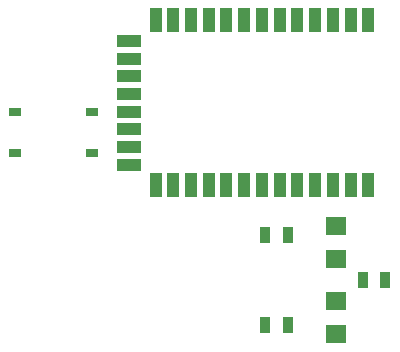
<source format=gbr>
G04 (created by PCBNEW (2013-may-18)-stable) date Пт 28 авг 2015 20:37:45*
%MOIN*%
G04 Gerber Fmt 3.4, Leading zero omitted, Abs format*
%FSLAX34Y34*%
G01*
G70*
G90*
G04 APERTURE LIST*
%ADD10C,0.00590551*%
%ADD11R,0.0393701X0.0787402*%
%ADD12R,0.0787402X0.0393701*%
%ADD13R,0.035X0.055*%
%ADD14R,0.0709X0.0629*%
%ADD15R,0.0393701X0.0314961*%
G04 APERTURE END LIST*
G54D10*
G54D11*
X60012Y-32240D03*
X59422Y-32240D03*
X58831Y-32240D03*
X58241Y-32240D03*
X57650Y-32240D03*
X57060Y-32240D03*
X56469Y-32240D03*
X55879Y-32240D03*
X55288Y-32240D03*
X54698Y-32240D03*
X54107Y-32240D03*
X53516Y-32240D03*
X52926Y-32240D03*
G54D12*
X52040Y-32929D03*
X52040Y-33520D03*
X52040Y-34110D03*
X52040Y-34701D03*
X52040Y-35291D03*
X52040Y-35882D03*
X52040Y-36472D03*
X52040Y-37063D03*
G54D11*
X52926Y-37752D03*
X53516Y-37752D03*
X54107Y-37752D03*
X54698Y-37752D03*
X55288Y-37752D03*
X55879Y-37752D03*
X56469Y-37752D03*
X57060Y-37752D03*
X57650Y-37752D03*
X58241Y-37752D03*
X58831Y-37752D03*
X59422Y-37752D03*
X60012Y-37752D03*
G54D13*
X56575Y-42400D03*
X57325Y-42400D03*
X56575Y-39400D03*
X57325Y-39400D03*
X59825Y-40900D03*
X60575Y-40900D03*
G54D14*
X58950Y-39091D03*
X58950Y-40209D03*
X58950Y-42709D03*
X58950Y-41591D03*
G54D15*
X50812Y-35301D03*
X50812Y-36679D03*
X48253Y-36679D03*
X48253Y-35301D03*
M02*

</source>
